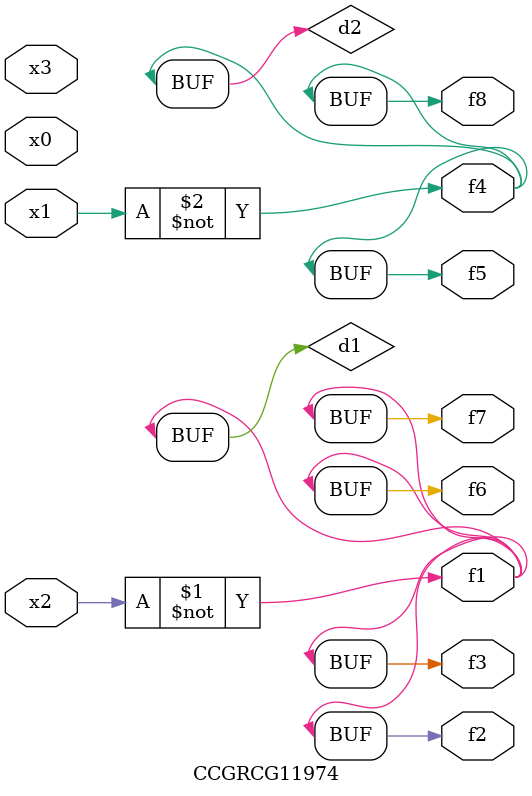
<source format=v>
module CCGRCG11974(
	input x0, x1, x2, x3,
	output f1, f2, f3, f4, f5, f6, f7, f8
);

	wire d1, d2;

	xnor (d1, x2);
	not (d2, x1);
	assign f1 = d1;
	assign f2 = d1;
	assign f3 = d1;
	assign f4 = d2;
	assign f5 = d2;
	assign f6 = d1;
	assign f7 = d1;
	assign f8 = d2;
endmodule

</source>
